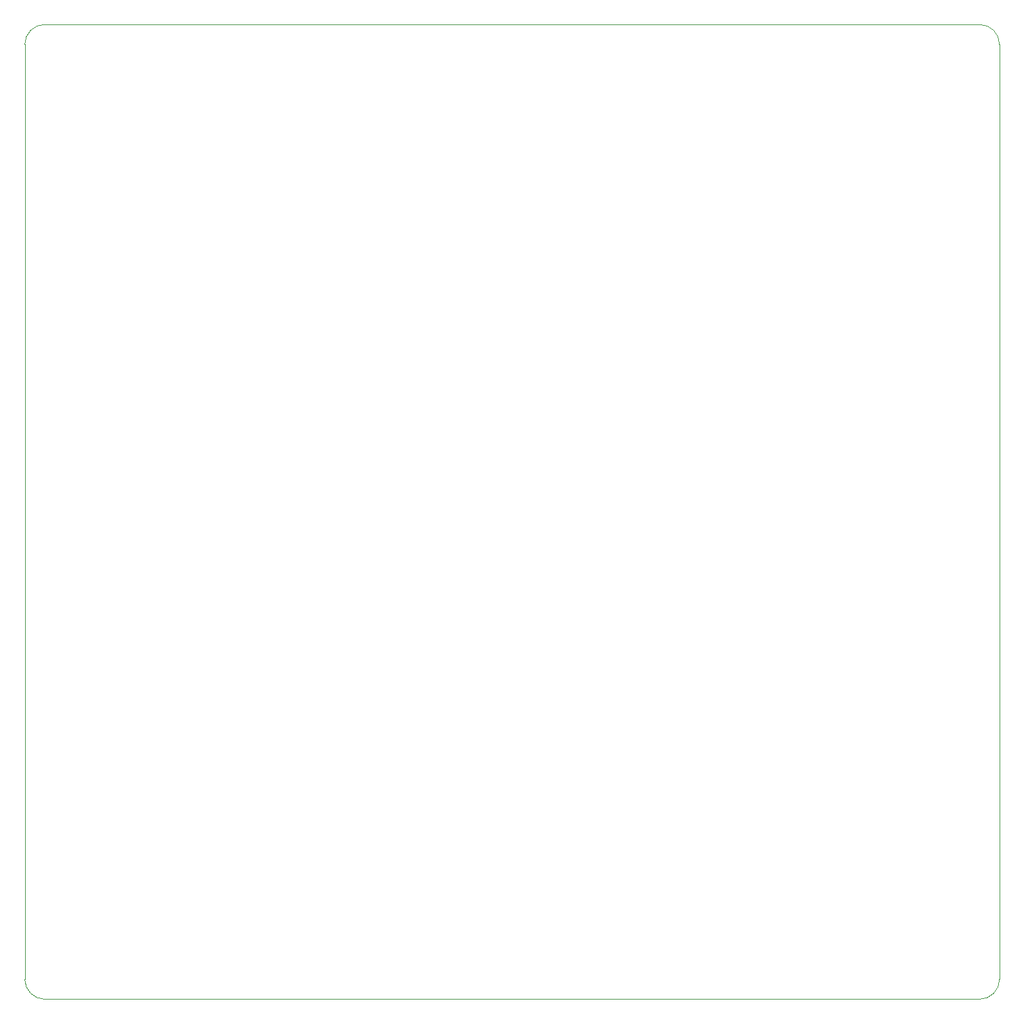
<source format=gm1>
G04 #@! TF.GenerationSoftware,KiCad,Pcbnew,9.0.6*
G04 #@! TF.CreationDate,2025-10-31T11:06:38-04:00*
G04 #@! TF.ProjectId,libreboard,6c696272-6562-46f6-9172-642e6b696361,rev?*
G04 #@! TF.SameCoordinates,Original*
G04 #@! TF.FileFunction,Profile,NP*
%FSLAX46Y46*%
G04 Gerber Fmt 4.6, Leading zero omitted, Abs format (unit mm)*
G04 Created by KiCad (PCBNEW 9.0.6) date 2025-10-31 11:06:38*
%MOMM*%
%LPD*%
G01*
G04 APERTURE LIST*
G04 #@! TA.AperFunction,Profile*
%ADD10C,0.100000*%
G04 #@! TD*
G04 APERTURE END LIST*
D10*
X120038891Y-78704302D02*
X239918891Y-78704302D01*
X117478891Y-201144302D02*
X117478891Y-81264302D01*
X117478891Y-81264302D02*
G75*
G02*
X120038891Y-78704291I2560009J2D01*
G01*
X239918891Y-203704302D02*
X120038891Y-203704302D01*
X242478891Y-81264302D02*
X242478891Y-201144302D01*
X242478891Y-201144302D02*
G75*
G02*
X239918891Y-203704291I-2559991J2D01*
G01*
X120038891Y-203704302D02*
G75*
G02*
X117478898Y-201144302I9J2560002D01*
G01*
X239918891Y-78704302D02*
G75*
G02*
X242478898Y-81264302I9J-2559998D01*
G01*
M02*

</source>
